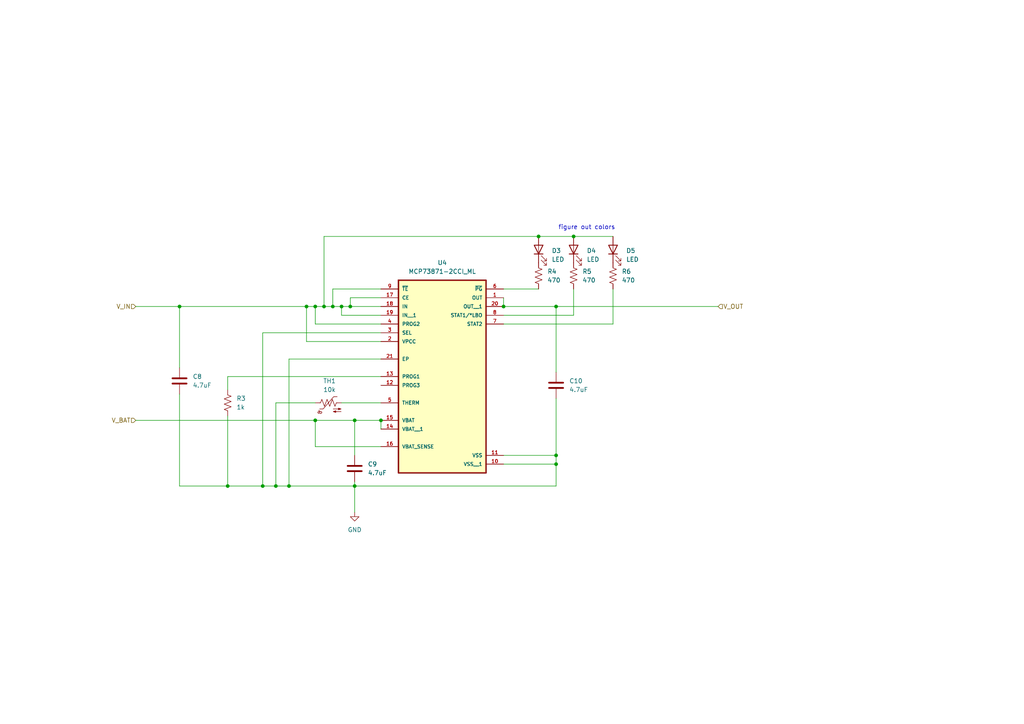
<source format=kicad_sch>
(kicad_sch (version 20250114) (generator "eeschema") (generator_version "9.0")
  (paper "A4")
  (title_block (title "Battery Charge and Load Sharing IC") (date "2025-07-29") (company "California Strawberry Commission"))
  (lib_symbols
    (symbol "Device:C" (pin_numbers (hide yes)) (pin_names (offset 0.254))
      (property "Reference" "C" (at 0.635 2.54 0))
      (property "Value" "C" (at 0.635 -2.54 0))
      (symbol "C_0_1"
        (polyline (pts (xy -2.032 0.762) (xy 2.032 0.762)) (stroke (width 0.508)))
        (polyline (pts (xy -2.032 -0.762) (xy 2.032 -0.762)) (stroke (width 0.508)))
      )
      (symbol "C_1_1"
        (pin passive line (at 0 3.81 270) (length 2.794) (name "~") (number "1"))
        (pin passive line (at 0 -3.81 90) (length 2.794) (name "~") (number "2"))
      )
    )
    (symbol "Device:LED" (pin_numbers (hide yes)) (pin_names (offset 1.016) (hide yes))
      (property "Reference" "D" (at 0 2.54 0))
      (property "Value" "LED" (at 0 -2.54 0))
      (symbol "LED_0_1"
        (polyline (pts (xy -3.048 -0.762) (xy -4.572 -2.286) (xy -3.81 -2.286) (xy -4.572 -2.286) (xy -4.572 -1.524)))
        (polyline (pts (xy -1.778 -0.762) (xy -3.302 -2.286) (xy -2.54 -2.286) (xy -3.302 -2.286) (xy -3.302 -1.524)))
        (polyline (pts (xy -1.27 0) (xy 1.27 0)))
        (polyline (pts (xy -1.27 -1.27) (xy -1.27 1.27)) (stroke (width 0.254)))
        (polyline (pts (xy 1.27 -1.27) (xy 1.27 1.27) (xy -1.27 0) (xy 1.27 -1.27)) (stroke (width 0.254)))
      )
      (symbol "LED_1_1"
        (pin passive line (at -3.81 0 0) (length 2.54) (name "K") (number "1"))
        (pin passive line (at 3.81 0 180) (length 2.54) (name "A") (number "2"))
      )
    )
    (symbol "Device:R_US" (pin_numbers (hide yes)) (pin_names (offset 0))
      (property "Reference" "R" (at 2.54 0 90))
      (property "Value" "R_US" (at -2.54 0 90))
      (symbol "R_US_0_1"
        (polyline (pts (xy 0 2.286) (xy 0 2.54)))
        (polyline (pts (xy 0 2.286) (xy 1.016 1.905) (xy 0 1.524) (xy -1.016 1.143) (xy 0 0.762)))
        (polyline (pts (xy 0 0.762) (xy 1.016 0.381) (xy 0 0) (xy -1.016 -0.381) (xy 0 -0.762)))
        (polyline (pts (xy 0 -0.762) (xy 1.016 -1.143) (xy 0 -1.524) (xy -1.016 -1.905) (xy 0 -2.286)))
        (polyline (pts (xy 0 -2.286) (xy 0 -2.54)))
      )
      (symbol "R_US_1_1"
        (pin passive line (at 0 3.81 270) (length 1.27) (name "~") (number "1"))
        (pin passive line (at 0 -3.81 90) (length 1.27) (name "~") (number "2"))
      )
    )
    (symbol "Device:Thermistor_NTC_US" (pin_numbers (hide yes)) (pin_names (offset 0))
      (property "Reference" "TH" (at -4.445 0 90))
      (property "Value" "Thermistor_NTC_US" (at 3.175 0 90))
      (symbol "Thermistor_NTC_US_0_1"
        (arc (start -3.175 2.413) (mid -3.0506 2.3165) (end -3.048 2.159))
        (arc (start -3.048 2.794) (mid -2.9736 2.9736) (end -2.794 3.048))
        (arc (start -2.794 3.048) (mid -2.6144 2.9736) (end -2.54 2.794))
        (arc (start -2.794 2.54) (mid -2.9736 2.6144) (end -3.048 2.794))
        (arc (start -2.794 1.905) (mid -2.9736 1.9794) (end -3.048 2.159))
        (arc (start -2.54 2.159) (mid -2.6144 1.9794) (end -2.794 1.905))
        (arc (start -2.159 2.794) (mid -2.434 2.5608) (end -2.794 2.54))
        (polyline (pts (xy -2.54 2.159) (xy -2.54 2.794)))
        (polyline (pts (xy -2.54 -3.683) (xy -2.54 -1.397) (xy -2.794 -2.159) (xy -2.286 -2.159) (xy -2.54 -1.397) (xy -2.54 -1.651)) (fill (type outline)))
        (polyline (pts (xy -1.778 2.54) (xy -1.778 1.524) (xy 1.778 -1.524) (xy 1.778 -2.54)))
        (polyline (pts (xy -1.778 -1.397) (xy -1.778 -3.683) (xy -2.032 -2.921) (xy -1.524 -2.921) (xy -1.778 -3.683) (xy -1.778 -3.429)) (fill (type outline)))
        (polyline (pts (xy 0 2.286) (xy 0 2.54)))
        (polyline (pts (xy 0 2.286) (xy 1.016 1.905) (xy 0 1.524) (xy -1.016 1.143) (xy 0 0.762)))
        (polyline (pts (xy 0 0.762) (xy 1.016 0.381) (xy 0 0) (xy -1.016 -0.381) (xy 0 -0.762)))
        (polyline (pts (xy 0 -0.762) (xy 1.016 -1.143) (xy 0 -1.524) (xy -1.016 -1.905) (xy 0 -2.286)))
        (polyline (pts (xy 0 -2.286) (xy 0 -2.54)))
      )
      (symbol "Thermistor_NTC_US_1_1"
        (pin passive line (at 0 3.81 270) (length 1.27) (name "~") (number "1"))
        (pin passive line (at 0 -3.81 90) (length 1.27) (name "~") (number "2"))
      )
    )
    (symbol "batt_ic:MCP73871-2CCI_ML" (pin_names (offset 1.016))
      (property "Reference" "U" (at -12.7 26.4 0))
      (property "Value" "MCP73871-2CCI_ML" (at -12.7 -34.48 0))
      (symbol "MCP73871-2CCI_ML_0_0"
        (rectangle (start -12.7 -30.48) (end 12.7 25.4) (stroke (width 0.41)) (fill (type background)))
        (pin input line (at -17.78 22.86 0) (length 5.08) (name "~{TE}") (number "9"))
        (pin input line (at -17.78 20.32 0) (length 5.08) (name "CE") (number "17"))
        (pin input line (at -17.78 17.78 0) (length 5.08) (name "IN") (number "18"))
        (pin input line (at -17.78 15.24 0) (length 5.08) (name "IN__1") (number "19"))
        (pin input line (at -17.78 12.7 0) (length 5.08) (name "PROG2") (number "4"))
        (pin input line (at -17.78 10.16 0) (length 5.08) (name "SEL") (number "3"))
        (pin input line (at -17.78 7.62 0) (length 5.08) (name "VPCC") (number "2"))
        (pin bidirectional line (at -17.78 2.54 0) (length 5.08) (name "EP") (number "21"))
        (pin bidirectional line (at -17.78 -2.54 0) (length 5.08) (name "PROG1") (number "13"))
        (pin bidirectional line (at -17.78 -5.08 0) (length 5.08) (name "PROG3") (number "12"))
        (pin bidirectional line (at -17.78 -10.16 0) (length 5.08) (name "THERM") (number "5"))
        (pin bidirectional line (at -17.78 -15.24 0) (length 5.08) (name "VBAT") (number "15"))
        (pin bidirectional line (at -17.78 -17.78 0) (length 5.08) (name "VBAT__1") (number "14"))
        (pin bidirectional line (at -17.78 -22.86 0) (length 5.08) (name "VBAT_SENSE") (number "16"))
        (pin output line (at 17.78 22.86 180) (length 5.08) (name "~{PG}") (number "6"))
        (pin output line (at 17.78 20.32 180) (length 5.08) (name "OUT") (number "1"))
        (pin output line (at 17.78 17.78 180) (length 5.08) (name "OUT__1") (number "20"))
        (pin output line (at 17.78 15.24 180) (length 5.08) (name "STAT1/*LBO") (number "8"))
        (pin output line (at 17.78 12.7 180) (length 5.08) (name "STAT2") (number "7"))
        (pin power_in line (at 17.78 -25.4 180) (length 5.08) (name "VSS") (number "11"))
        (pin power_in line (at 17.78 -27.94 180) (length 5.08) (name "VSS__1") (number "10"))
      )
    )
    (symbol "power:GND" (power) (pin_numbers (hide yes)) (pin_names (offset 0) (hide yes))
      (property "Value" "GND" (at 0 -3.81 0))
      (symbol "GND_0_1"
        (polyline (pts (xy 0 0) (xy 0 -1.27) (xy 1.27 -1.27) (xy 0 -2.54) (xy -1.27 -1.27) (xy 0 -1.27)))
      )
      (symbol "GND_1_1"
        (pin power_in line (at 0 0 270) (length 0) (name "~") (number "1"))
      )
    )
  )
  (text "figure out colors\n" (at 170.18 66.04 0) (effects (font (size 1.27 1.27))))
  (junction (at 80.01 140.97))
  (junction (at 93.98 88.9))
  (junction (at 102.87 140.97))
  (junction (at 102.87 121.92))
  (junction (at 161.29 88.9))
  (junction (at 101.6 88.9))
  (junction (at 146.05 88.9))
  (junction (at 66.04 140.97))
  (junction (at 161.29 134.62))
  (junction (at 96.52 88.9))
  (junction (at 76.2 140.97))
  (junction (at 99.06 88.9))
  (junction (at 156.21 68.58))
  (junction (at 91.44 88.9))
  (junction (at 166.37 68.58))
  (junction (at 91.44 121.92))
  (junction (at 110.49 121.92))
  (junction (at 161.29 132.08))
  (junction (at 88.9 88.9))
  (junction (at 83.82 140.97))
  (junction (at 52.07 88.9))
  (wire (pts (xy 80.01 140.97) (xy 83.82 140.97)))
  (wire (pts (xy 99.06 88.9) (xy 101.6 88.9)))
  (wire (pts (xy 99.06 91.44) (xy 110.49 91.44)))
  (wire (pts (xy 39.37 88.9) (xy 52.07 88.9)))
  (wire (pts (xy 93.98 88.9) (xy 96.52 88.9)))
  (wire (pts (xy 91.44 121.92) (xy 102.87 121.92)))
  (wire (pts (xy 110.49 121.92) (xy 110.49 124.46)))
  (wire (pts (xy 66.04 120.65) (xy 66.04 140.97)))
  (wire (pts (xy 52.07 88.9) (xy 88.9 88.9)))
  (wire (pts (xy 96.52 88.9) (xy 99.06 88.9)))
  (wire (pts (xy 102.87 140.97) (xy 102.87 148.59)))
  (wire (pts (xy 52.07 140.97) (xy 66.04 140.97)))
  (wire (pts (xy 99.06 116.84) (xy 110.49 116.84)))
  (wire (pts (xy 39.37 121.92) (xy 91.44 121.92)))
  (wire (pts (xy 146.05 83.82) (xy 156.21 83.82)))
  (wire (pts (xy 166.37 68.58) (xy 177.8 68.58)))
  (wire (pts (xy 110.49 86.36) (xy 101.6 86.36)))
  (wire (pts (xy 83.82 104.14) (xy 83.82 140.97)))
  (wire (pts (xy 93.98 88.9) (xy 93.98 68.58)))
  (wire (pts (xy 88.9 99.06) (xy 110.49 99.06)))
  (wire (pts (xy 110.49 104.14) (xy 83.82 104.14)))
  (wire (pts (xy 52.07 114.3) (xy 52.07 140.97)))
  (wire (pts (xy 110.49 83.82) (xy 96.52 83.82)))
  (wire (pts (xy 161.29 132.08) (xy 161.29 134.62)))
  (wire (pts (xy 101.6 88.9) (xy 110.49 88.9)))
  (wire (pts (xy 66.04 109.22) (xy 66.04 113.03)))
  (wire (pts (xy 101.6 86.36) (xy 101.6 88.9)))
  (wire (pts (xy 96.52 83.82) (xy 96.52 88.9)))
  (wire (pts (xy 110.49 93.98) (xy 91.44 93.98)))
  (wire (pts (xy 76.2 96.52) (xy 76.2 140.97)))
  (wire (pts (xy 91.44 88.9) (xy 93.98 88.9)))
  (wire (pts (xy 91.44 129.54) (xy 110.49 129.54)))
  (wire (pts (xy 161.29 134.62) (xy 161.29 140.97)))
  (wire (pts (xy 146.05 132.08) (xy 161.29 132.08)))
  (wire (pts (xy 146.05 86.36) (xy 146.05 88.9)))
  (wire (pts (xy 76.2 140.97) (xy 80.01 140.97)))
  (wire (pts (xy 161.29 107.95) (xy 161.29 88.9)))
  (wire (pts (xy 91.44 93.98) (xy 91.44 88.9)))
  (wire (pts (xy 83.82 140.97) (xy 102.87 140.97)))
  (wire (pts (xy 91.44 129.54) (xy 91.44 121.92)))
  (wire (pts (xy 102.87 139.7) (xy 102.87 140.97)))
  (wire (pts (xy 91.44 116.84) (xy 80.01 116.84)))
  (wire (pts (xy 66.04 140.97) (xy 76.2 140.97)))
  (wire (pts (xy 52.07 88.9) (xy 52.07 106.68)))
  (wire (pts (xy 102.87 132.08) (xy 102.87 121.92)))
  (wire (pts (xy 80.01 116.84) (xy 80.01 140.97)))
  (wire (pts (xy 161.29 115.57) (xy 161.29 132.08)))
  (wire (pts (xy 166.37 91.44) (xy 146.05 91.44)))
  (wire (pts (xy 88.9 88.9) (xy 88.9 99.06)))
  (wire (pts (xy 93.98 68.58) (xy 156.21 68.58)))
  (wire (pts (xy 161.29 88.9) (xy 208.28 88.9)))
  (wire (pts (xy 166.37 83.82) (xy 166.37 91.44)))
  (wire (pts (xy 99.06 88.9) (xy 99.06 91.44)))
  (wire (pts (xy 102.87 140.97) (xy 161.29 140.97)))
  (wire (pts (xy 102.87 121.92) (xy 110.49 121.92)))
  (wire (pts (xy 110.49 96.52) (xy 76.2 96.52)))
  (wire (pts (xy 146.05 93.98) (xy 177.8 93.98)))
  (wire (pts (xy 110.49 109.22) (xy 66.04 109.22)))
  (wire (pts (xy 146.05 88.9) (xy 161.29 88.9)))
  (wire (pts (xy 88.9 88.9) (xy 91.44 88.9)))
  (wire (pts (xy 177.8 83.82) (xy 177.8 93.98)))
  (wire (pts (xy 156.21 68.58) (xy 166.37 68.58)))
  (wire (pts (xy 146.05 134.62) (xy 161.29 134.62)))
  (hierarchical_label "V_OUT" (shape input) (at 208.28 88.9 0))
  (hierarchical_label "V_IN" (shape input) (at 39.37 88.9 180))
  (hierarchical_label "V_BAT" (shape input) (at 39.37 121.92 180))
  (symbol (lib_id "Device:R_US") (at 156.21 80.01 0) (unit 1)
    (property "Reference" "R4" (at 158.75 78.7399 0) (effects (justify left)))
    (property "Value" "470" (at 158.75 81.2799 0) (effects (justify left)))
    (property "Description" "Resistor, US symbol" (effects (hide yes)))
  )
  (symbol (lib_id "Device:LED") (at 156.21 72.39 90) (unit 1)
    (property "Reference" "D3" (at 160.02 72.7074 90) (effects (justify right)))
    (property "Value" "LED" (at 160.02 75.2474 90) (effects (justify right)))
    (property "Description" "Light emitting diode" (effects (hide yes)))
    (property "Sim.Pins" "1=K 2=A" (effects (hide yes)))
  )
  (symbol (lib_id "Device:C") (at 52.07 110.49 0) (unit 1)
    (property "Reference" "C8" (at 55.88 109.2199 0) (effects (justify left)))
    (property "Value" "4.7uF" (at 55.88 111.7599 0) (effects (justify left)))
    (property "Description" "Unpolarized capacitor" (effects (hide yes)))
  )
  (symbol (lib_id "Device:Thermistor_NTC_US") (at 95.25 116.84 90) (unit 1)
    (property "Reference" "TH1" (at 95.5675 110.49 90))
    (property "Value" "10k" (at 95.5675 113.03 90))
    (property "Description" "Temperature dependent resistor, negative temperature coefficient, US symbol" (effects (hide yes)))
  )
  (symbol (lib_id "Device:C") (at 161.29 111.76 0) (unit 1)
    (property "Reference" "C10" (at 165.1 110.4899 0) (effects (justify left)))
    (property "Value" "4.7uF" (at 165.1 113.0299 0) (effects (justify left)))
    (property "Description" "Unpolarized capacitor" (effects (hide yes)))
  )
  (symbol (lib_id "Device:R_US") (at 66.04 116.84 0) (unit 1)
    (property "Reference" "R3" (at 68.58 115.5699 0) (effects (justify left)))
    (property "Value" "1k" (at 68.58 118.1099 0) (effects (justify left)))
    (property "Description" "Calculated according to datasheet for 2Ah battery with 0.5C" (effects (hide yes)))
  )
  (symbol (lib_id "Device:R_US") (at 177.8 80.01 0) (unit 1)
    (property "Reference" "R6" (at 180.34 78.7399 0) (effects (justify left)))
    (property "Value" "470" (at 180.34 81.2799 0) (effects (justify left)))
    (property "Description" "Resistor, US symbol" (effects (hide yes)))
  )
  (symbol (lib_id "power:GND") (at 102.87 148.59 0) (unit 1)
    (property "Reference" "#PWR016" (effects (hide yes)))
    (property "Value" "GND" (at 102.87 153.67 0))
    (property "Description" "Power symbol creates a global label with name \"GND\" , ground" (effects (hide yes)))
  )
  (symbol (lib_id "Device:LED") (at 166.37 72.39 90) (unit 1)
    (property "Reference" "D4" (at 170.18 72.7074 90) (effects (justify right)))
    (property "Value" "LED" (at 170.18 75.2474 90) (effects (justify right)))
    (property "Description" "Light emitting diode" (effects (hide yes)))
    (property "Sim.Pins" "1=K 2=A" (effects (hide yes)))
  )
  (symbol (lib_id "Device:R_US") (at 166.37 80.01 0) (unit 1)
    (property "Reference" "R5" (at 168.91 78.7399 0) (effects (justify left)))
    (property "Value" "470" (at 168.91 81.2799 0) (effects (justify left)))
    (property "Description" "Resistor, US symbol" (effects (hide yes)))
  )
  (symbol (lib_id "batt_ic:MCP73871-2CCI_ML") (at 128.27 106.68 0) (unit 1)
    (property "Reference" "U4" (at 128.27 76.2 0))
    (property "Value" "MCP73871-2CCI_ML" (at 128.27 78.74 0))
    (property "Footprint" "MCP73871-2CCI_ML:QFN50P400X400X100-21N" (effects (hide yes)))
  )
  (symbol (lib_id "Device:C") (at 102.87 135.89 0) (unit 1)
    (property "Reference" "C9" (at 106.68 134.6199 0) (effects (justify left)))
    (property "Value" "4.7uF" (at 106.68 137.1599 0) (effects (justify left)))
    (property "Description" "Unpolarized capacitor" (effects (hide yes)))
  )
  (symbol (lib_id "Device:LED") (at 177.8 72.39 90) (unit 1)
    (property "Reference" "D5" (at 181.61 72.7074 90) (effects (justify right)))
    (property "Value" "LED" (at 181.61 75.2474 90) (effects (justify right)))
    (property "Description" "Light emitting diode" (effects (hide yes)))
    (property "Sim.Pins" "1=K 2=A" (effects (hide yes)))
  )
)
</source>
